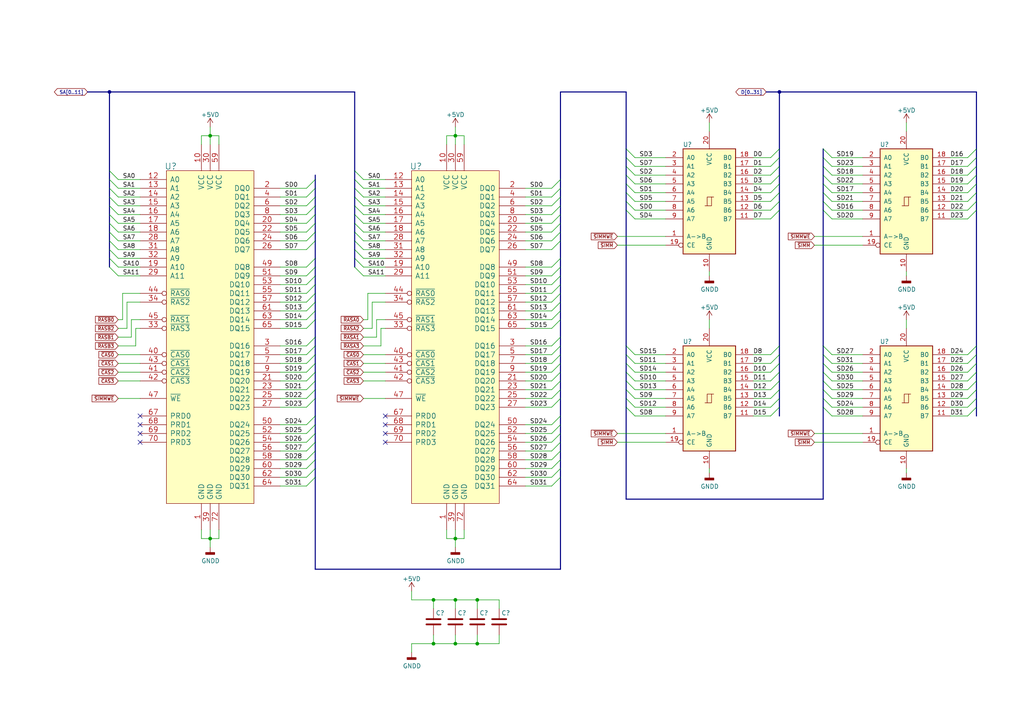
<source format=kicad_sch>
(kicad_sch (version 20211123) (generator eeschema)
  (paper "A4")
  (title_block (title "MAXI030 - 68030 based expandable computer") (date "2021-10-02") (comment 1 "Lawrence Manning"))
  (lib_symbols
    (symbol "74xx:74HC245" (pin_names (offset 1.016))
      (property "Reference" "U" (at -7.62 16.51 0))
      (property "Value" "74HC245" (at -7.62 -16.51 0))
      (symbol "74HC245_1_0"
        (polyline (pts (xy -0.635 -1.27) (xy -0.635 1.27) (xy 0.635 1.27)))
        (polyline (pts (xy -1.27 -1.27) (xy 0.635 -1.27) (xy 0.635 1.27) (xy 1.27 1.27)))
        (pin input line (at -12.7 -10.16 0) (length 5.08) (name "A->B") (number "1"))
        (pin power_in line (at 0 -20.32 90) (length 5.08) (name "GND") (number "10"))
        (pin tri_state line (at 12.7 -5.08 180) (length 5.08) (name "B7") (number "11"))
        (pin tri_state line (at 12.7 -2.54 180) (length 5.08) (name "B6") (number "12"))
        (pin tri_state line (at 12.7 0 180) (length 5.08) (name "B5") (number "13"))
        (pin tri_state line (at 12.7 2.54 180) (length 5.08) (name "B4") (number "14"))
        (pin tri_state line (at 12.7 5.08 180) (length 5.08) (name "B3") (number "15"))
        (pin tri_state line (at 12.7 7.62 180) (length 5.08) (name "B2") (number "16"))
        (pin tri_state line (at 12.7 10.16 180) (length 5.08) (name "B1") (number "17"))
        (pin tri_state line (at 12.7 12.7 180) (length 5.08) (name "B0") (number "18"))
        (pin input inverted (at -12.7 -12.7 0) (length 5.08) (name "CE") (number "19"))
        (pin tri_state line (at -12.7 12.7 0) (length 5.08) (name "A0") (number "2"))
        (pin power_in line (at 0 20.32 270) (length 5.08) (name "VCC") (number "20"))
        (pin tri_state line (at -12.7 10.16 0) (length 5.08) (name "A1") (number "3"))
        (pin tri_state line (at -12.7 7.62 0) (length 5.08) (name "A2") (number "4"))
        (pin tri_state line (at -12.7 5.08 0) (length 5.08) (name "A3") (number "5"))
        (pin tri_state line (at -12.7 2.54 0) (length 5.08) (name "A4") (number "6"))
        (pin tri_state line (at -12.7 0 0) (length 5.08) (name "A5") (number "7"))
        (pin tri_state line (at -12.7 -2.54 0) (length 5.08) (name "A6") (number "8"))
        (pin tri_state line (at -12.7 -5.08 0) (length 5.08) (name "A7") (number "9"))
      )
      (symbol "74HC245_1_1"
        (rectangle (start -7.62 15.24) (end 7.62 -15.24) (stroke (width 0.254)) (fill (type background)))
      )
    )
    (symbol "Aslak:SIM72Pin" (pin_names (offset 1.016))
      (property "Reference" "U" (at 0 13.97 0))
      (property "Value" "Aslak_SIM72Pin" (at 11.43 53.34 0))
      (symbol "SIM72Pin_0_1"
        (rectangle (start -12.7 -48.26) (end 12.7 48.26) (fill (type background)))
      )
      (symbol "SIM72Pin_1_1"
        (pin power_in line (at -2.54 -55.88 90) (length 7.62) (name "GND") (number "1"))
        (pin power_in line (at -2.54 55.88 270) (length 7.62) (name "VCC") (number "10"))
        (pin input line (at -20.32 45.72 0) (length 7.62) (name "A0") (number "12"))
        (pin input line (at -20.32 43.18 0) (length 7.62) (name "A1") (number "13"))
        (pin input line (at -20.32 40.64 0) (length 7.62) (name "A2") (number "14"))
        (pin input line (at -20.32 38.1 0) (length 7.62) (name "A3") (number "15"))
        (pin input line (at -20.32 35.56 0) (length 7.62) (name "A4") (number "16"))
        (pin input line (at -20.32 33.02 0) (length 7.62) (name "A5") (number "17"))
        (pin input line (at -20.32 30.48 0) (length 7.62) (name "A6") (number "18"))
        (pin input line (at -20.32 20.32 0) (length 7.62) (name "A10") (number "19"))
        (pin tri_state line (at 20.32 43.18 180) (length 7.62) (name "DQ0") (number "2"))
        (pin tri_state line (at 20.32 33.02 180) (length 7.62) (name "DQ4") (number "20"))
        (pin tri_state line (at 20.32 -12.7 180) (length 7.62) (name "DQ20") (number "21"))
        (pin tri_state line (at 20.32 30.48 180) (length 7.62) (name "DQ5") (number "22"))
        (pin tri_state line (at 20.32 -15.24 180) (length 7.62) (name "DQ21") (number "23"))
        (pin tri_state line (at 20.32 27.94 180) (length 7.62) (name "DQ6") (number "24"))
        (pin tri_state line (at 20.32 -17.78 180) (length 7.62) (name "DQ22") (number "25"))
        (pin tri_state line (at 20.32 25.4 180) (length 7.62) (name "DQ7") (number "26"))
        (pin tri_state line (at 20.32 -20.32 180) (length 7.62) (name "DQ23") (number "27"))
        (pin input line (at -20.32 27.94 0) (length 7.62) (name "A7") (number "28"))
        (pin input line (at -20.32 17.78 0) (length 7.62) (name "A11") (number "29"))
        (pin tri_state line (at 20.32 -2.54 180) (length 7.62) (name "DQ16") (number "3"))
        (pin power_in line (at 0 55.88 270) (length 7.62) (name "VCC") (number "30"))
        (pin input line (at -20.32 25.4 0) (length 7.62) (name "A8") (number "31"))
        (pin input line (at -20.32 22.86 0) (length 7.62) (name "A9") (number "32"))
        (pin input inverted (at -20.32 2.54 0) (length 7.62) (name "~{RAS3}") (number "33"))
        (pin input inverted (at -20.32 10.16 0) (length 7.62) (name "~{RAS2}") (number "34"))
        (pin power_in line (at 0 -55.88 90) (length 7.62) (name "GND") (number "39"))
        (pin tri_state line (at 20.32 40.64 180) (length 7.62) (name "DQ1") (number "4"))
        (pin input inverted (at -20.32 -5.08 0) (length 7.62) (name "~{CAS0}") (number "40"))
        (pin input inverted (at -20.32 -10.16 0) (length 7.62) (name "~{CAS2}") (number "41"))
        (pin input inverted (at -20.32 -12.7 0) (length 7.62) (name "~{CAS3}") (number "42"))
        (pin input inverted (at -20.32 -7.62 0) (length 7.62) (name "~{CAS1}") (number "43"))
        (pin input inverted (at -20.32 12.7 0) (length 7.62) (name "~{RAS0}") (number "44"))
        (pin input inverted (at -20.32 5.08 0) (length 7.62) (name "~{RAS1}") (number "45"))
        (pin input line (at -20.32 -17.78 0) (length 7.62) (name "~{WE}") (number "47"))
        (pin tri_state line (at 20.32 20.32 180) (length 7.62) (name "DQ8") (number "49"))
        (pin tri_state line (at 20.32 -5.08 180) (length 7.62) (name "DQ17") (number "5"))
        (pin tri_state line (at 20.32 -25.4 180) (length 7.62) (name "DQ24") (number "50"))
        (pin tri_state line (at 20.32 17.78 180) (length 7.62) (name "DQ9") (number "51"))
        (pin tri_state line (at 20.32 -27.94 180) (length 7.62) (name "DQ25") (number "52"))
        (pin tri_state line (at 20.32 15.24 180) (length 7.62) (name "DQ10") (number "53"))
        (pin tri_state line (at 20.32 -30.48 180) (length 7.62) (name "DQ26") (number "54"))
        (pin tri_state line (at 20.32 12.7 180) (length 7.62) (name "DQ11") (number "55"))
        (pin tri_state line (at 20.32 -33.02 180) (length 7.62) (name "DQ27") (number "56"))
        (pin tri_state line (at 20.32 10.16 180) (length 7.62) (name "DQ12") (number "57"))
        (pin tri_state line (at 20.32 -35.56 180) (length 7.62) (name "DQ28") (number "58"))
        (pin power_in line (at 2.54 55.88 270) (length 7.62) (name "VCC") (number "59"))
        (pin tri_state line (at 20.32 38.1 180) (length 7.62) (name "DQ2") (number "6"))
        (pin tri_state line (at 20.32 -38.1 180) (length 7.62) (name "DQ29") (number "60"))
        (pin tri_state line (at 20.32 7.62 180) (length 7.62) (name "DQ13") (number "61"))
        (pin tri_state line (at 20.32 -40.64 180) (length 7.62) (name "DQ30") (number "62"))
        (pin tri_state line (at 20.32 5.08 180) (length 7.62) (name "DQ14") (number "63"))
        (pin tri_state line (at 20.32 -43.18 180) (length 7.62) (name "DQ31") (number "64"))
        (pin tri_state line (at 20.32 2.54 180) (length 7.62) (name "DQ15") (number "65"))
        (pin input line (at -20.32 -22.86 0) (length 7.62) (name "PRD0") (number "67"))
        (pin input line (at -20.32 -25.4 0) (length 7.62) (name "PRD1") (number "68"))
        (pin input line (at -20.32 -27.94 0) (length 7.62) (name "PRD2") (number "69"))
        (pin tri_state line (at 20.32 -7.62 180) (length 7.62) (name "DQ18") (number "7"))
        (pin input line (at -20.32 -30.48 0) (length 7.62) (name "PRD3") (number "70"))
        (pin power_in line (at 2.54 -55.88 90) (length 7.62) (name "GND") (number "72"))
        (pin tri_state line (at 20.32 35.56 180) (length 7.62) (name "DQ3") (number "8"))
        (pin tri_state line (at 20.32 -10.16 180) (length 7.62) (name "DQ19") (number "9"))
      )
    )
    (symbol "Device:C" (pin_numbers hide) (pin_names (offset 0.254))
      (property "Reference" "C" (at 0.635 2.54 0))
      (property "Value" "C" (at 0.635 -2.54 0))
      (symbol "C_0_1"
        (polyline (pts (xy -2.032 -0.762) (xy 2.032 -0.762)) (stroke (width 0.508)))
        (polyline (pts (xy -2.032 0.762) (xy 2.032 0.762)) (stroke (width 0.508)))
      )
      (symbol "C_1_1"
        (pin passive line (at 0 3.81 270) (length 2.794) (name "~") (number "1"))
        (pin passive line (at 0 -3.81 90) (length 2.794) (name "~") (number "2"))
      )
    )
    (symbol "power:+5VD" (power) (pin_names (offset 0))
      (property "Value" "+5VD" (at 0 3.556 0))
      (symbol "+5VD_0_1"
        (polyline (pts (xy -0.762 1.27) (xy 0 2.54)))
        (polyline (pts (xy 0 0) (xy 0 2.54)))
        (polyline (pts (xy 0 2.54) (xy 0.762 1.27)))
      )
      (symbol "+5VD_1_1"
        (pin power_in line (at 0 0 90) (length 0) hide (name "+5VD") (number "1"))
      )
    )
    (symbol "power:GNDD" (power) (pin_names (offset 0))
      (property "Value" "GNDD" (at 0 -3.175 0))
      (symbol "GNDD_0_1"
        (rectangle (start -1.27 -1.524) (end 1.27 -2.032) (stroke (width 0.254)) (fill (type outline)))
        (polyline (pts (xy 0 0) (xy 0 -1.524)))
      )
      (symbol "GNDD_1_1"
        (pin power_in line (at 0 0 270) (length 0) hide (name "GNDD") (number "1"))
      )
    )
  )
  (junction (at 138.43 173.99))
  (junction (at 125.73 186.69))
  (junction (at 132.08 39.37))
  (junction (at 31.75 26.67))
  (junction (at 60.96 39.37))
  (junction (at 226.06 26.67))
  (junction (at 125.73 173.99))
  (junction (at 132.08 186.69))
  (junction (at 132.08 173.99))
  (junction (at 132.08 156.21))
  (junction (at 60.96 156.21))
  (junction (at 138.43 186.69))
  (no_connect (at 40.64 120.65))
  (no_connect (at 40.64 125.73))
  (no_connect (at 111.76 120.65))
  (no_connect (at 111.76 125.73))
  (no_connect (at 111.76 128.27))
  (no_connect (at 111.76 123.19))
  (no_connect (at 40.64 128.27))
  (no_connect (at 40.64 123.19))
  (bus_entry (at 88.9 57.15) (size 2.54 -2.54))
  (bus_entry (at 280.67 102.87) (size 2.54 -2.54))
  (bus_entry (at 280.67 58.42) (size 2.54 -2.54))
  (bus_entry (at 223.52 107.95) (size 2.54 -2.54))
  (bus_entry (at 184.15 45.72) (size -2.54 -2.54))
  (bus_entry (at 31.75 67.31) (size 2.54 2.54))
  (bus_entry (at 160.02 102.87) (size 2.54 -2.54))
  (bus_entry (at 31.75 69.85) (size 2.54 2.54))
  (bus_entry (at 223.52 58.42) (size 2.54 -2.54))
  (bus_entry (at 184.15 48.26) (size -2.54 -2.54))
  (bus_entry (at 160.02 107.95) (size 2.54 -2.54))
  (bus_entry (at 31.75 74.93) (size 2.54 2.54))
  (bus_entry (at 160.02 133.35) (size 2.54 -2.54))
  (bus_entry (at 223.52 45.72) (size 2.54 -2.54))
  (bus_entry (at 223.52 48.26) (size 2.54 -2.54))
  (bus_entry (at 241.3 50.8) (size -2.54 -2.54))
  (bus_entry (at 88.9 72.39) (size 2.54 -2.54))
  (bus_entry (at 102.87 69.85) (size 2.54 2.54))
  (bus_entry (at 160.02 123.19) (size 2.54 -2.54))
  (bus_entry (at 184.15 53.34) (size -2.54 -2.54))
  (bus_entry (at 241.3 105.41) (size -2.54 -2.54))
  (bus_entry (at 88.9 123.19) (size 2.54 -2.54))
  (bus_entry (at 31.75 49.53) (size 2.54 2.54))
  (bus_entry (at 223.52 105.41) (size 2.54 -2.54))
  (bus_entry (at 102.87 52.07) (size 2.54 2.54))
  (bus_entry (at 88.9 92.71) (size 2.54 -2.54))
  (bus_entry (at 184.15 110.49) (size -2.54 -2.54))
  (bus_entry (at 241.3 45.72) (size -2.54 -2.54))
  (bus_entry (at 280.67 60.96) (size 2.54 -2.54))
  (bus_entry (at 160.02 69.85) (size 2.54 -2.54))
  (bus_entry (at 280.67 115.57) (size 2.54 -2.54))
  (bus_entry (at 88.9 87.63) (size 2.54 -2.54))
  (bus_entry (at 160.02 130.81) (size 2.54 -2.54))
  (bus_entry (at 88.9 95.25) (size 2.54 -2.54))
  (bus_entry (at 241.3 55.88) (size -2.54 -2.54))
  (bus_entry (at 241.3 63.5) (size -2.54 -2.54))
  (bus_entry (at 102.87 67.31) (size 2.54 2.54))
  (bus_entry (at 88.9 67.31) (size 2.54 -2.54))
  (bus_entry (at 223.52 113.03) (size 2.54 -2.54))
  (bus_entry (at 160.02 54.61) (size 2.54 -2.54))
  (bus_entry (at 280.67 45.72) (size 2.54 -2.54))
  (bus_entry (at 160.02 115.57) (size 2.54 -2.54))
  (bus_entry (at 184.15 102.87) (size -2.54 -2.54))
  (bus_entry (at 241.3 115.57) (size -2.54 -2.54))
  (bus_entry (at 160.02 105.41) (size 2.54 -2.54))
  (bus_entry (at 160.02 138.43) (size 2.54 -2.54))
  (bus_entry (at 160.02 57.15) (size 2.54 -2.54))
  (bus_entry (at 31.75 64.77) (size 2.54 2.54))
  (bus_entry (at 184.15 50.8) (size -2.54 -2.54))
  (bus_entry (at 223.52 50.8) (size 2.54 -2.54))
  (bus_entry (at 31.75 54.61) (size 2.54 2.54))
  (bus_entry (at 280.67 50.8) (size 2.54 -2.54))
  (bus_entry (at 88.9 105.41) (size 2.54 -2.54))
  (bus_entry (at 160.02 100.33) (size 2.54 -2.54))
  (bus_entry (at 280.67 48.26) (size 2.54 -2.54))
  (bus_entry (at 102.87 54.61) (size 2.54 2.54))
  (bus_entry (at 223.52 118.11) (size 2.54 -2.54))
  (bus_entry (at 160.02 67.31) (size 2.54 -2.54))
  (bus_entry (at 88.9 85.09) (size 2.54 -2.54))
  (bus_entry (at 88.9 54.61) (size 2.54 -2.54))
  (bus_entry (at 241.3 53.34) (size -2.54 -2.54))
  (bus_entry (at 160.02 59.69) (size 2.54 -2.54))
  (bus_entry (at 223.52 120.65) (size 2.54 -2.54))
  (bus_entry (at 31.75 62.23) (size 2.54 2.54))
  (bus_entry (at 223.52 55.88) (size 2.54 -2.54))
  (bus_entry (at 241.3 58.42) (size -2.54 -2.54))
  (bus_entry (at 102.87 64.77) (size 2.54 2.54))
  (bus_entry (at 160.02 140.97) (size 2.54 -2.54))
  (bus_entry (at 184.15 120.65) (size -2.54 -2.54))
  (bus_entry (at 160.02 110.49) (size 2.54 -2.54))
  (bus_entry (at 88.9 118.11) (size 2.54 -2.54))
  (bus_entry (at 160.02 128.27) (size 2.54 -2.54))
  (bus_entry (at 160.02 62.23) (size 2.54 -2.54))
  (bus_entry (at 184.15 58.42) (size -2.54 -2.54))
  (bus_entry (at 184.15 118.11) (size -2.54 -2.54))
  (bus_entry (at 88.9 102.87) (size 2.54 -2.54))
  (bus_entry (at 241.3 48.26) (size -2.54 -2.54))
  (bus_entry (at 160.02 113.03) (size 2.54 -2.54))
  (bus_entry (at 102.87 59.69) (size 2.54 2.54))
  (bus_entry (at 102.87 62.23) (size 2.54 2.54))
  (bus_entry (at 88.9 90.17) (size 2.54 -2.54))
  (bus_entry (at 241.3 113.03) (size -2.54 -2.54))
  (bus_entry (at 223.52 53.34) (size 2.54 -2.54))
  (bus_entry (at 102.87 74.93) (size 2.54 2.54))
  (bus_entry (at 88.9 80.01) (size 2.54 -2.54))
  (bus_entry (at 102.87 49.53) (size 2.54 2.54))
  (bus_entry (at 160.02 77.47) (size 2.54 -2.54))
  (bus_entry (at 280.67 53.34) (size 2.54 -2.54))
  (bus_entry (at 88.9 59.69) (size 2.54 -2.54))
  (bus_entry (at 184.15 55.88) (size -2.54 -2.54))
  (bus_entry (at 88.9 125.73) (size 2.54 -2.54))
  (bus_entry (at 160.02 125.73) (size 2.54 -2.54))
  (bus_entry (at 160.02 95.25) (size 2.54 -2.54))
  (bus_entry (at 160.02 92.71) (size 2.54 -2.54))
  (bus_entry (at 280.67 113.03) (size 2.54 -2.54))
  (bus_entry (at 88.9 140.97) (size 2.54 -2.54))
  (bus_entry (at 88.9 133.35) (size 2.54 -2.54))
  (bus_entry (at 160.02 135.89) (size 2.54 -2.54))
  (bus_entry (at 184.15 63.5) (size -2.54 -2.54))
  (bus_entry (at 160.02 82.55) (size 2.54 -2.54))
  (bus_entry (at 88.9 107.95) (size 2.54 -2.54))
  (bus_entry (at 88.9 77.47) (size 2.54 -2.54))
  (bus_entry (at 102.87 57.15) (size 2.54 2.54))
  (bus_entry (at 241.3 102.87) (size -2.54 -2.54))
  (bus_entry (at 241.3 120.65) (size -2.54 -2.54))
  (bus_entry (at 160.02 80.01) (size 2.54 -2.54))
  (bus_entry (at 160.02 118.11) (size 2.54 -2.54))
  (bus_entry (at 102.87 77.47) (size 2.54 2.54))
  (bus_entry (at 102.87 72.39) (size 2.54 2.54))
  (bus_entry (at 280.67 105.41) (size 2.54 -2.54))
  (bus_entry (at 223.52 102.87) (size 2.54 -2.54))
  (bus_entry (at 280.67 107.95) (size 2.54 -2.54))
  (bus_entry (at 88.9 135.89) (size 2.54 -2.54))
  (bus_entry (at 280.67 110.49) (size 2.54 -2.54))
  (bus_entry (at 184.15 60.96) (size -2.54 -2.54))
  (bus_entry (at 160.02 90.17) (size 2.54 -2.54))
  (bus_entry (at 88.9 113.03) (size 2.54 -2.54))
  (bus_entry (at 88.9 100.33) (size 2.54 -2.54))
  (bus_entry (at 280.67 63.5) (size 2.54 -2.54))
  (bus_entry (at 184.15 107.95) (size -2.54 -2.54))
  (bus_entry (at 88.9 110.49) (size 2.54 -2.54))
  (bus_entry (at 88.9 115.57) (size 2.54 -2.54))
  (bus_entry (at 184.15 105.41) (size -2.54 -2.54))
  (bus_entry (at 184.15 113.03) (size -2.54 -2.54))
  (bus_entry (at 280.67 118.11) (size 2.54 -2.54))
  (bus_entry (at 88.9 138.43) (size 2.54 -2.54))
  (bus_entry (at 31.75 59.69) (size 2.54 2.54))
  (bus_entry (at 88.9 64.77) (size 2.54 -2.54))
  (bus_entry (at 160.02 64.77) (size 2.54 -2.54))
  (bus_entry (at 160.02 85.09) (size 2.54 -2.54))
  (bus_entry (at 88.9 62.23) (size 2.54 -2.54))
  (bus_entry (at 160.02 87.63) (size 2.54 -2.54))
  (bus_entry (at 241.3 60.96) (size -2.54 -2.54))
  (bus_entry (at 241.3 118.11) (size -2.54 -2.54))
  (bus_entry (at 280.67 55.88) (size 2.54 -2.54))
  (bus_entry (at 223.52 63.5) (size 2.54 -2.54))
  (bus_entry (at 88.9 82.55) (size 2.54 -2.54))
  (bus_entry (at 280.67 120.65) (size 2.54 -2.54))
  (bus_entry (at 88.9 69.85) (size 2.54 -2.54))
  (bus_entry (at 241.3 107.95) (size -2.54 -2.54))
  (bus_entry (at 31.75 52.07) (size 2.54 2.54))
  (bus_entry (at 31.75 72.39) (size 2.54 2.54))
  (bus_entry (at 88.9 130.81) (size 2.54 -2.54))
  (bus_entry (at 223.52 110.49) (size 2.54 -2.54))
  (bus_entry (at 223.52 60.96) (size 2.54 -2.54))
  (bus_entry (at 88.9 128.27) (size 2.54 -2.54))
  (bus_entry (at 160.02 72.39) (size 2.54 -2.54))
  (bus_entry (at 223.52 115.57) (size 2.54 -2.54))
  (bus_entry (at 31.75 77.47) (size 2.54 2.54))
  (bus_entry (at 31.75 57.15) (size 2.54 2.54))
  (bus_entry (at 184.15 115.57) (size -2.54 -2.54))
  (bus_entry (at 241.3 110.49) (size -2.54 -2.54))
  (wire (pts (xy 218.44 48.26) (xy 223.52 48.26)))
  (bus (pts (xy 226.06 113.03) (xy 226.06 115.57)))
  (wire (pts (xy 110.49 95.25) (xy 110.49 100.33)))
  (bus (pts (xy 238.76 43.18) (xy 238.76 45.72)))
  (bus (pts (xy 162.56 102.87) (xy 162.56 105.41)))
  (bus (pts (xy 238.76 60.96) (xy 238.76 100.33)))
  (wire (pts (xy 262.89 80.01) (xy 262.89 78.74)))
  (wire (pts (xy 152.4 133.35) (xy 160.02 133.35)))
  (wire (pts (xy 81.28 69.85) (xy 88.9 69.85)))
  (bus (pts (xy 31.75 26.67) (xy 102.87 26.67)))
  (bus (pts (xy 238.76 110.49) (xy 238.76 113.03)))
  (wire (pts (xy 250.19 48.26) (xy 241.3 48.26)))
  (bus (pts (xy 91.44 90.17) (xy 91.44 92.71)))
  (wire (pts (xy 81.28 125.73) (xy 88.9 125.73)))
  (wire (pts (xy 34.29 80.01) (xy 40.64 80.01)))
  (wire (pts (xy 262.89 95.25) (xy 262.89 92.71)))
  (wire (pts (xy 34.29 110.49) (xy 40.64 110.49)))
  (bus (pts (xy 91.44 59.69) (xy 91.44 62.23)))
  (bus (pts (xy 31.75 69.85) (xy 31.75 72.39)))
  (bus (pts (xy 102.87 62.23) (xy 102.87 64.77)))
  (wire (pts (xy 105.41 92.71) (xy 106.68 92.71)))
  (bus (pts (xy 31.75 26.67) (xy 31.75 49.53)))
  (wire (pts (xy 218.44 113.03) (xy 223.52 113.03)))
  (bus (pts (xy 102.87 72.39) (xy 102.87 74.93)))
  (wire (pts (xy 34.29 100.33) (xy 39.37 100.33)))
  (wire (pts (xy 81.28 85.09) (xy 88.9 85.09)))
  (wire (pts (xy 152.4 95.25) (xy 160.02 95.25)))
  (wire (pts (xy 184.15 120.65) (xy 193.04 120.65)))
  (wire (pts (xy 34.29 95.25) (xy 36.83 95.25)))
  (wire (pts (xy 152.4 57.15) (xy 160.02 57.15)))
  (bus (pts (xy 181.61 53.34) (xy 181.61 55.88)))
  (bus (pts (xy 181.61 113.03) (xy 181.61 115.57)))
  (wire (pts (xy 34.29 92.71) (xy 35.56 92.71)))
  (wire (pts (xy 105.41 77.47) (xy 111.76 77.47)))
  (bus (pts (xy 181.61 58.42) (xy 181.61 60.96)))
  (bus (pts (xy 102.87 67.31) (xy 102.87 69.85)))
  (wire (pts (xy 81.28 100.33) (xy 88.9 100.33)))
  (wire (pts (xy 60.96 156.21) (xy 63.5 156.21)))
  (bus (pts (xy 226.06 26.67) (xy 226.06 43.18)))
  (wire (pts (xy 152.4 85.09) (xy 160.02 85.09)))
  (bus (pts (xy 226.06 43.18) (xy 226.06 45.72)))
  (wire (pts (xy 250.19 58.42) (xy 241.3 58.42)))
  (bus (pts (xy 181.61 50.8) (xy 181.61 53.34)))
  (wire (pts (xy 275.59 115.57) (xy 280.67 115.57)))
  (wire (pts (xy 241.3 115.57) (xy 250.19 115.57)))
  (bus (pts (xy 238.76 100.33) (xy 238.76 102.87)))
  (bus (pts (xy 91.44 165.1) (xy 162.56 165.1)))
  (wire (pts (xy 38.1 92.71) (xy 40.64 92.71)))
  (bus (pts (xy 181.61 45.72) (xy 181.61 48.26)))
  (wire (pts (xy 39.37 95.25) (xy 39.37 100.33)))
  (bus (pts (xy 162.56 64.77) (xy 162.56 67.31)))
  (wire (pts (xy 107.95 95.25) (xy 107.95 87.63)))
  (bus (pts (xy 162.56 115.57) (xy 162.56 120.65)))
  (bus (pts (xy 238.76 55.88) (xy 238.76 58.42)))
  (wire (pts (xy 81.28 92.71) (xy 88.9 92.71)))
  (wire (pts (xy 262.89 38.1) (xy 262.89 35.56)))
  (wire (pts (xy 106.68 85.09) (xy 111.76 85.09)))
  (bus (pts (xy 283.21 100.33) (xy 283.21 102.87)))
  (wire (pts (xy 144.78 186.69) (xy 138.43 186.69)))
  (wire (pts (xy 138.43 184.15) (xy 138.43 186.69)))
  (bus (pts (xy 283.21 60.96) (xy 283.21 100.33)))
  (bus (pts (xy 226.06 50.8) (xy 226.06 53.34)))
  (bus (pts (xy 226.06 100.33) (xy 226.06 102.87)))
  (bus (pts (xy 283.21 43.18) (xy 283.21 45.72)))
  (wire (pts (xy 81.28 102.87) (xy 88.9 102.87)))
  (bus (pts (xy 226.06 60.96) (xy 226.06 100.33)))
  (wire (pts (xy 81.28 135.89) (xy 88.9 135.89)))
  (bus (pts (xy 162.56 69.85) (xy 162.56 74.93)))
  (wire (pts (xy 241.3 113.03) (xy 250.19 113.03)))
  (wire (pts (xy 152.4 102.87) (xy 160.02 102.87)))
  (wire (pts (xy 111.76 52.07) (xy 105.41 52.07)))
  (wire (pts (xy 250.19 53.34) (xy 241.3 53.34)))
  (bus (pts (xy 162.56 74.93) (xy 162.56 77.47)))
  (wire (pts (xy 111.76 74.93) (xy 105.41 74.93)))
  (wire (pts (xy 63.5 39.37) (xy 63.5 41.91)))
  (wire (pts (xy 205.74 95.25) (xy 205.74 92.71)))
  (wire (pts (xy 81.28 128.27) (xy 88.9 128.27)))
  (wire (pts (xy 152.4 138.43) (xy 160.02 138.43)))
  (bus (pts (xy 91.44 62.23) (xy 91.44 64.77)))
  (wire (pts (xy 111.76 67.31) (xy 105.41 67.31)))
  (wire (pts (xy 134.62 39.37) (xy 134.62 41.91)))
  (wire (pts (xy 218.44 120.65) (xy 223.52 120.65)))
  (wire (pts (xy 218.44 102.87) (xy 223.52 102.87)))
  (bus (pts (xy 226.06 55.88) (xy 226.06 58.42)))
  (wire (pts (xy 81.28 72.39) (xy 88.9 72.39)))
  (wire (pts (xy 250.19 55.88) (xy 241.3 55.88)))
  (wire (pts (xy 125.73 176.53) (xy 125.73 173.99)))
  (wire (pts (xy 152.4 140.97) (xy 160.02 140.97)))
  (wire (pts (xy 152.4 105.41) (xy 160.02 105.41)))
  (bus (pts (xy 162.56 97.79) (xy 162.56 100.33)))
  (wire (pts (xy 193.04 60.96) (xy 184.15 60.96)))
  (wire (pts (xy 60.96 41.91) (xy 60.96 39.37)))
  (wire (pts (xy 193.04 113.03) (xy 184.15 113.03)))
  (wire (pts (xy 105.41 105.41) (xy 111.76 105.41)))
  (bus (pts (xy 162.56 107.95) (xy 162.56 110.49)))
  (wire (pts (xy 275.59 105.41) (xy 280.67 105.41)))
  (wire (pts (xy 193.04 128.27) (xy 179.07 128.27)))
  (wire (pts (xy 81.28 57.15) (xy 88.9 57.15)))
  (bus (pts (xy 162.56 135.89) (xy 162.56 138.43)))
  (wire (pts (xy 40.64 72.39) (xy 34.29 72.39)))
  (wire (pts (xy 275.59 50.8) (xy 280.67 50.8)))
  (wire (pts (xy 193.04 53.34) (xy 184.15 53.34)))
  (bus (pts (xy 181.61 118.11) (xy 181.61 144.78)))
  (wire (pts (xy 250.19 63.5) (xy 241.3 63.5)))
  (wire (pts (xy 275.59 102.87) (xy 280.67 102.87)))
  (bus (pts (xy 162.56 130.81) (xy 162.56 133.35)))
  (wire (pts (xy 36.83 87.63) (xy 40.64 87.63)))
  (bus (pts (xy 162.56 90.17) (xy 162.56 92.71)))
  (wire (pts (xy 105.41 102.87) (xy 111.76 102.87)))
  (bus (pts (xy 91.44 120.65) (xy 91.44 123.19)))
  (bus (pts (xy 102.87 26.67) (xy 102.87 49.53)))
  (wire (pts (xy 275.59 48.26) (xy 280.67 48.26)))
  (wire (pts (xy 152.4 107.95) (xy 160.02 107.95)))
  (bus (pts (xy 162.56 59.69) (xy 162.56 62.23)))
  (bus (pts (xy 102.87 57.15) (xy 102.87 59.69)))
  (wire (pts (xy 152.4 128.27) (xy 160.02 128.27)))
  (bus (pts (xy 226.06 45.72) (xy 226.06 48.26)))
  (bus (pts (xy 181.61 107.95) (xy 181.61 110.49)))
  (bus (pts (xy 222.25 26.67) (xy 226.06 26.67)))
  (bus (pts (xy 102.87 74.93) (xy 102.87 77.47)))
  (wire (pts (xy 250.19 128.27) (xy 236.22 128.27)))
  (wire (pts (xy 111.76 95.25) (xy 110.49 95.25)))
  (wire (pts (xy 129.54 153.67) (xy 129.54 156.21)))
  (wire (pts (xy 193.04 45.72) (xy 184.15 45.72)))
  (wire (pts (xy 132.08 176.53) (xy 132.08 173.99)))
  (wire (pts (xy 152.4 72.39) (xy 160.02 72.39)))
  (wire (pts (xy 241.3 120.65) (xy 250.19 120.65)))
  (wire (pts (xy 193.04 107.95) (xy 184.15 107.95)))
  (wire (pts (xy 81.28 54.61) (xy 88.9 54.61)))
  (bus (pts (xy 162.56 54.61) (xy 162.56 57.15)))
  (wire (pts (xy 35.56 85.09) (xy 40.64 85.09)))
  (bus (pts (xy 162.56 52.07) (xy 162.56 54.61)))
  (wire (pts (xy 193.04 55.88) (xy 184.15 55.88)))
  (bus (pts (xy 91.44 100.33) (xy 91.44 102.87)))
  (wire (pts (xy 35.56 92.71) (xy 35.56 85.09)))
  (wire (pts (xy 218.44 55.88) (xy 223.52 55.88)))
  (bus (pts (xy 181.61 144.78) (xy 238.76 144.78)))
  (bus (pts (xy 238.76 118.11) (xy 238.76 144.78)))
  (wire (pts (xy 132.08 186.69) (xy 125.73 186.69)))
  (wire (pts (xy 250.19 50.8) (xy 241.3 50.8)))
  (wire (pts (xy 129.54 39.37) (xy 132.08 39.37)))
  (bus (pts (xy 162.56 133.35) (xy 162.56 135.89)))
  (wire (pts (xy 138.43 173.99) (xy 144.78 173.99)))
  (bus (pts (xy 181.61 115.57) (xy 181.61 118.11)))
  (wire (pts (xy 81.28 64.77) (xy 88.9 64.77)))
  (wire (pts (xy 125.73 186.69) (xy 119.38 186.69)))
  (wire (pts (xy 58.42 39.37) (xy 60.96 39.37)))
  (wire (pts (xy 40.64 64.77) (xy 34.29 64.77)))
  (wire (pts (xy 241.3 118.11) (xy 250.19 118.11)))
  (bus (pts (xy 162.56 67.31) (xy 162.56 69.85)))
  (wire (pts (xy 152.4 118.11) (xy 160.02 118.11)))
  (wire (pts (xy 81.28 113.03) (xy 88.9 113.03)))
  (bus (pts (xy 91.44 69.85) (xy 91.44 74.93)))
  (bus (pts (xy 91.44 57.15) (xy 91.44 59.69)))
  (bus (pts (xy 181.61 102.87) (xy 181.61 105.41)))
  (wire (pts (xy 132.08 39.37) (xy 132.08 36.83)))
  (wire (pts (xy 81.28 62.23) (xy 88.9 62.23)))
  (bus (pts (xy 238.76 102.87) (xy 238.76 105.41)))
  (wire (pts (xy 132.08 156.21) (xy 134.62 156.21)))
  (bus (pts (xy 91.44 128.27) (xy 91.44 130.81)))
  (bus (pts (xy 181.61 43.18) (xy 181.61 45.72)))
  (wire (pts (xy 40.64 95.25) (xy 39.37 95.25)))
  (wire (pts (xy 218.44 107.95) (xy 223.52 107.95)))
  (bus (pts (xy 31.75 62.23) (xy 31.75 64.77)))
  (bus (pts (xy 238.76 115.57) (xy 238.76 118.11)))
  (wire (pts (xy 275.59 53.34) (xy 280.67 53.34)))
  (wire (pts (xy 119.38 171.45) (xy 119.38 173.99)))
  (wire (pts (xy 275.59 107.95) (xy 280.67 107.95)))
  (bus (pts (xy 283.21 113.03) (xy 283.21 115.57)))
  (wire (pts (xy 184.15 105.41) (xy 193.04 105.41)))
  (wire (pts (xy 275.59 45.72) (xy 280.67 45.72)))
  (bus (pts (xy 102.87 59.69) (xy 102.87 62.23)))
  (bus (pts (xy 226.06 115.57) (xy 226.06 118.11)))
  (bus (pts (xy 91.44 82.55) (xy 91.44 85.09)))
  (wire (pts (xy 132.08 41.91) (xy 132.08 39.37)))
  (wire (pts (xy 144.78 184.15) (xy 144.78 186.69)))
  (bus (pts (xy 31.75 52.07) (xy 31.75 54.61)))
  (bus (pts (xy 91.44 80.01) (xy 91.44 82.55)))
  (bus (pts (xy 226.06 102.87) (xy 226.06 105.41)))
  (wire (pts (xy 275.59 113.03) (xy 280.67 113.03)))
  (wire (pts (xy 81.28 82.55) (xy 88.9 82.55)))
  (wire (pts (xy 152.4 67.31) (xy 160.02 67.31)))
  (bus (pts (xy 181.61 60.96) (xy 181.61 100.33)))
  (bus (pts (xy 226.06 26.67) (xy 283.21 26.67)))
  (bus (pts (xy 91.44 115.57) (xy 91.44 120.65)))
  (wire (pts (xy 81.28 107.95) (xy 88.9 107.95)))
  (bus (pts (xy 283.21 45.72) (xy 283.21 48.26)))
  (wire (pts (xy 81.28 80.01) (xy 88.9 80.01)))
  (wire (pts (xy 275.59 60.96) (xy 280.67 60.96)))
  (bus (pts (xy 226.06 107.95) (xy 226.06 110.49)))
  (wire (pts (xy 58.42 153.67) (xy 58.42 156.21)))
  (wire (pts (xy 105.41 80.01) (xy 111.76 80.01)))
  (wire (pts (xy 275.59 118.11) (xy 280.67 118.11)))
  (bus (pts (xy 31.75 59.69) (xy 31.75 62.23)))
  (wire (pts (xy 40.64 62.23) (xy 34.29 62.23)))
  (bus (pts (xy 181.61 26.67) (xy 162.56 26.67)))
  (bus (pts (xy 102.87 64.77) (xy 102.87 67.31)))
  (wire (pts (xy 81.28 133.35) (xy 88.9 133.35)))
  (wire (pts (xy 109.22 92.71) (xy 111.76 92.71)))
  (bus (pts (xy 91.44 67.31) (xy 91.44 69.85)))
  (wire (pts (xy 81.28 118.11) (xy 88.9 118.11)))
  (wire (pts (xy 105.41 110.49) (xy 111.76 110.49)))
  (bus (pts (xy 238.76 53.34) (xy 238.76 55.88)))
  (wire (pts (xy 179.07 71.12) (xy 193.04 71.12)))
  (wire (pts (xy 152.4 92.71) (xy 160.02 92.71)))
  (wire (pts (xy 275.59 58.42) (xy 280.67 58.42)))
  (wire (pts (xy 193.04 118.11) (xy 184.15 118.11)))
  (wire (pts (xy 275.59 110.49) (xy 280.67 110.49)))
  (bus (pts (xy 226.06 58.42) (xy 226.06 60.96)))
  (wire (pts (xy 241.3 107.95) (xy 250.19 107.95)))
  (wire (pts (xy 250.19 71.12) (xy 236.22 71.12)))
  (wire (pts (xy 152.4 123.19) (xy 160.02 123.19)))
  (bus (pts (xy 91.44 92.71) (xy 91.44 97.79)))
  (wire (pts (xy 105.41 100.33) (xy 110.49 100.33)))
  (wire (pts (xy 218.44 63.5) (xy 223.52 63.5)))
  (wire (pts (xy 193.04 125.73) (xy 179.07 125.73)))
  (bus (pts (xy 162.56 128.27) (xy 162.56 130.81)))
  (bus (pts (xy 283.21 50.8) (xy 283.21 53.34)))
  (wire (pts (xy 218.44 45.72) (xy 223.52 45.72)))
  (bus (pts (xy 181.61 55.88) (xy 181.61 58.42)))
  (wire (pts (xy 81.28 87.63) (xy 88.9 87.63)))
  (bus (pts (xy 31.75 54.61) (xy 31.75 57.15)))
  (wire (pts (xy 58.42 41.91) (xy 58.42 39.37)))
  (bus (pts (xy 91.44 85.09) (xy 91.44 87.63)))
  (wire (pts (xy 40.64 54.61) (xy 34.29 54.61)))
  (bus (pts (xy 162.56 87.63) (xy 162.56 90.17)))
  (bus (pts (xy 283.21 26.67) (xy 283.21 43.18)))
  (wire (pts (xy 132.08 173.99) (xy 138.43 173.99)))
  (bus (pts (xy 238.76 50.8) (xy 238.76 53.34)))
  (wire (pts (xy 58.42 156.21) (xy 60.96 156.21)))
  (wire (pts (xy 250.19 60.96) (xy 241.3 60.96)))
  (wire (pts (xy 184.15 102.87) (xy 193.04 102.87)))
  (bus (pts (xy 91.44 133.35) (xy 91.44 135.89)))
  (bus (pts (xy 91.44 113.03) (xy 91.44 115.57)))
  (wire (pts (xy 250.19 68.58) (xy 236.22 68.58)))
  (wire (pts (xy 275.59 55.88) (xy 280.67 55.88)))
  (bus (pts (xy 162.56 82.55) (xy 162.56 85.09)))
  (wire (pts (xy 218.44 115.57) (xy 223.52 115.57)))
  (wire (pts (xy 111.76 54.61) (xy 105.41 54.61)))
  (bus (pts (xy 91.44 50.8) (xy 91.44 52.07)))
  (bus (pts (xy 91.44 54.61) (xy 91.44 57.15)))
  (wire (pts (xy 275.59 120.65) (xy 280.67 120.65)))
  (bus (pts (xy 31.75 72.39) (xy 31.75 74.93)))
  (wire (pts (xy 205.74 38.1) (xy 205.74 35.56)))
  (bus (pts (xy 238.76 107.95) (xy 238.76 110.49)))
  (wire (pts (xy 152.4 115.57) (xy 160.02 115.57)))
  (bus (pts (xy 226.06 118.11) (xy 226.06 120.65)))
  (bus (pts (xy 283.21 105.41) (xy 283.21 107.95)))
  (wire (pts (xy 81.28 95.25) (xy 88.9 95.25)))
  (bus (pts (xy 91.44 123.19) (xy 91.44 125.73)))
  (wire (pts (xy 132.08 184.15) (xy 132.08 186.69)))
  (bus (pts (xy 91.44 102.87) (xy 91.44 105.41)))
  (wire (pts (xy 205.74 135.89) (xy 205.74 137.16)))
  (wire (pts (xy 152.4 130.81) (xy 160.02 130.81)))
  (wire (pts (xy 129.54 156.21) (xy 132.08 156.21)))
  (bus (pts (xy 283.21 53.34) (xy 283.21 55.88)))
  (bus (pts (xy 162.56 138.43) (xy 162.56 165.1)))
  (bus (pts (xy 91.44 110.49) (xy 91.44 113.03)))
  (wire (pts (xy 111.76 72.39) (xy 105.41 72.39)))
  (wire (pts (xy 105.41 95.25) (xy 107.95 95.25)))
  (wire (pts (xy 34.29 77.47) (xy 40.64 77.47)))
  (bus (pts (xy 283.21 110.49) (xy 283.21 113.03)))
  (bus (pts (xy 181.61 26.67) (xy 181.61 43.18)))
  (bus (pts (xy 238.76 113.03) (xy 238.76 115.57)))
  (wire (pts (xy 81.28 140.97) (xy 88.9 140.97)))
  (wire (pts (xy 250.19 125.73) (xy 236.22 125.73)))
  (bus (pts (xy 283.21 118.11) (xy 283.21 120.65)))
  (wire (pts (xy 34.29 115.57) (xy 40.64 115.57)))
  (wire (pts (xy 81.28 110.49) (xy 88.9 110.49)))
  (bus (pts (xy 181.61 48.26) (xy 181.61 50.8)))
  (wire (pts (xy 109.22 97.79) (xy 109.22 92.71)))
  (wire (pts (xy 152.4 64.77) (xy 160.02 64.77)))
  (wire (pts (xy 34.29 105.41) (xy 40.64 105.41)))
  (bus (pts (xy 91.44 138.43) (xy 91.44 165.1)))
  (wire (pts (xy 138.43 186.69) (xy 132.08 186.69)))
  (bus (pts (xy 181.61 105.41) (xy 181.61 107.95)))
  (wire (pts (xy 193.04 110.49) (xy 184.15 110.49)))
  (wire (pts (xy 125.73 184.15) (xy 125.73 186.69)))
  (wire (pts (xy 152.4 110.49) (xy 160.02 110.49)))
  (wire (pts (xy 105.41 97.79) (xy 109.22 97.79)))
  (bus (pts (xy 162.56 80.01) (xy 162.56 82.55)))
  (wire (pts (xy 81.28 123.19) (xy 88.9 123.19)))
  (bus (pts (xy 162.56 85.09) (xy 162.56 87.63)))
  (bus (pts (xy 91.44 64.77) (xy 91.44 67.31)))
  (wire (pts (xy 144.78 176.53) (xy 144.78 173.99)))
  (wire (pts (xy 218.44 58.42) (xy 223.52 58.42)))
  (wire (pts (xy 40.64 74.93) (xy 34.29 74.93)))
  (wire (pts (xy 34.29 97.79) (xy 38.1 97.79)))
  (bus (pts (xy 91.44 125.73) (xy 91.44 128.27)))
  (bus (pts (xy 283.21 48.26) (xy 283.21 50.8)))
  (bus (pts (xy 91.44 74.93) (xy 91.44 77.47)))
  (bus (pts (xy 91.44 77.47) (xy 91.44 80.01)))
  (wire (pts (xy 105.41 115.57) (xy 111.76 115.57)))
  (wire (pts (xy 119.38 173.99) (xy 125.73 173.99)))
  (wire (pts (xy 125.73 173.99) (xy 132.08 173.99)))
  (bus (pts (xy 181.61 110.49) (xy 181.61 113.03)))
  (wire (pts (xy 193.04 50.8) (xy 184.15 50.8)))
  (bus (pts (xy 91.44 52.07) (xy 91.44 54.61)))
  (wire (pts (xy 193.04 115.57) (xy 184.15 115.57)))
  (bus (pts (xy 283.21 58.42) (xy 283.21 60.96)))
  (wire (pts (xy 184.15 58.42) (xy 193.04 58.42)))
  (wire (pts (xy 81.28 59.69) (xy 88.9 59.69)))
  (bus (pts (xy 226.06 53.34) (xy 226.06 55.88)))
  (bus (pts (xy 226.06 48.26) (xy 226.06 50.8)))
  (bus (pts (xy 283.21 102.87) (xy 283.21 105.41)))
  (wire (pts (xy 250.19 45.72) (xy 241.3 45.72)))
  (wire (pts (xy 218.44 60.96) (xy 223.52 60.96)))
  (wire (pts (xy 63.5 156.21) (xy 63.5 153.67)))
  (bus (pts (xy 31.75 57.15) (xy 31.75 59.69)))
  (bus (pts (xy 91.44 97.79) (xy 91.44 100.33)))
  (bus (pts (xy 162.56 110.49) (xy 162.56 113.03)))
  (bus (pts (xy 181.61 100.33) (xy 181.61 102.87)))
  (bus (pts (xy 162.56 120.65) (xy 162.56 123.19)))
  (wire (pts (xy 138.43 176.53) (xy 138.43 173.99)))
  (bus (pts (xy 25.4 26.67) (xy 31.75 26.67)))
  (wire (pts (xy 60.96 156.21) (xy 60.96 158.75)))
  (bus (pts (xy 31.75 64.77) (xy 31.75 67.31)))
  (wire (pts (xy 81.28 90.17) (xy 88.9 90.17)))
  (wire (pts (xy 152.4 135.89) (xy 160.02 135.89)))
  (wire (pts (xy 106.68 92.71) (xy 106.68 85.09)))
  (bus (pts (xy 31.75 74.93) (xy 31.75 77.47)))
  (bus (pts (xy 162.56 125.73) (xy 162.56 128.27)))
  (wire (pts (xy 81.28 115.57) (xy 88.9 115.57)))
  (wire (pts (xy 218.44 118.11) (xy 223.52 118.11)))
  (wire (pts (xy 152.4 82.55) (xy 160.02 82.55)))
  (wire (pts (xy 205.74 80.01) (xy 205.74 78.74)))
  (wire (pts (xy 241.3 102.87) (xy 250.19 102.87)))
  (bus (pts (xy 238.76 105.41) (xy 238.76 107.95)))
  (bus (pts (xy 91.44 107.95) (xy 91.44 110.49)))
  (wire (pts (xy 152.4 100.33) (xy 160.02 100.33)))
  (wire (pts (xy 111.76 59.69) (xy 105.41 59.69)))
  (wire (pts (xy 262.89 135.89) (xy 262.89 137.16)))
  (bus (pts (xy 31.75 49.53) (xy 31.75 52.07)))
  (bus (pts (xy 162.56 57.15) (xy 162.56 59.69)))
  (bus (pts (xy 102.87 52.07) (xy 102.87 54.61)))
  (bus (pts (xy 162.56 113.03) (xy 162.56 115.57)))
  (wire (pts (xy 105.41 107.95) (xy 111.76 107.95)))
  (wire (pts (xy 107.95 87.63) (xy 111.76 87.63)))
  (wire (pts (xy 152.4 90.17) (xy 160.02 90.17)))
  (wire (pts (xy 81.28 130.81) (xy 88.9 130.81)))
  (bus (pts (xy 238.76 48.26) (xy 238.76 50.8)))
  (bus (pts (xy 238.76 58.42) (xy 238.76 60.96)))
  (bus (pts (xy 91.44 135.89) (xy 91.44 138.43)))
  (wire (pts (xy 152.4 87.63) (xy 160.02 87.63)))
  (wire (pts (xy 152.4 54.61) (xy 160.02 54.61)))
  (wire (pts (xy 193.04 68.58) (xy 179.07 68.58)))
  (bus (pts (xy 102.87 49.53) (xy 102.87 52.07)))
  (wire (pts (xy 218.44 105.41) (xy 223.52 105.41)))
  (wire (pts (xy 81.28 77.47) (xy 88.9 77.47)))
  (bus (pts (xy 226.06 105.41) (xy 226.06 107.95)))
  (bus (pts (xy 283.21 55.88) (xy 283.21 58.42)))
  (wire (pts (xy 111.76 64.77) (xy 105.41 64.77)))
  (wire (pts (xy 152.4 59.69) (xy 160.02 59.69)))
  (wire (pts (xy 241.3 110.49) (xy 250.19 110.49)))
  (wire (pts (xy 152.4 125.73) (xy 160.02 125.73)))
  (bus (pts (xy 102.87 69.85) (xy 102.87 72.39)))
  (bus (pts (xy 162.56 123.19) (xy 162.56 125.73)))
  (wire (pts (xy 132.08 153.67) (xy 132.08 156.21)))
  (bus (pts (xy 91.44 130.81) (xy 91.44 133.35)))
  (bus (pts (xy 31.75 67.31) (xy 31.75 69.85)))
  (wire (pts (xy 40.64 69.85) (xy 34.29 69.85)))
  (bus (pts (xy 162.56 26.67) (xy 162.56 52.07)))
  (wire (pts (xy 129.54 41.91) (xy 129.54 39.37)))
  (bus (pts (xy 162.56 77.47) (xy 162.56 80.01)))
  (wire (pts (xy 193.04 48.26) (xy 184.15 48.26)))
  (bus (pts (xy 162.56 62.23) (xy 162.56 64.77)))
  (wire (pts (xy 40.64 59.69) (xy 34.29 59.69)))
  (wire (pts (xy 38.1 97.79) (xy 38.1 92.71)))
  (bus (pts (xy 283.21 107.95) (xy 283.21 110.49)))
  (wire (pts (xy 218.44 50.8) (xy 223.52 50.8)))
  (wire (pts (xy 111.76 62.23) (xy 105.41 62.23)))
  (wire (pts (xy 111.76 57.15) (xy 105.41 57.15)))
  (wire (pts (xy 36.83 95.25) (xy 36.83 87.63)))
  (wire (pts (xy 34.29 107.95) (xy 40.64 107.95)))
  (wire (pts (xy 60.96 153.67) (xy 60.96 156.21)))
  (bus (pts (xy 102.87 54.61) (xy 102.87 57.15)))
  (wire (pts (xy 111.76 69.85) (xy 105.41 69.85)))
  (bus (pts (xy 283.21 115.57) (xy 283.21 118.11)))
  (wire (pts (xy 81.28 67.31) (xy 88.9 67.31)))
  (wire (pts (xy 132.08 156.21) (xy 132.08 158.75)))
  (wire (pts (xy 152.4 113.03) (xy 160.02 113.03)))
  (wire (pts (xy 218.44 110.49) (xy 223.52 110.49)))
  (wire (pts (xy 241.3 105.41) (xy 250.19 105.41)))
  (bus (pts (xy 238.76 45.72) (xy 238.76 48.26)))
  (wire (pts (xy 81.28 138.43) (xy 88.9 138.43)))
  (wire (pts (xy 40.64 57.15) (xy 34.29 57.15)))
  (wire (pts (xy 40.64 67.31) (xy 34.29 67.31)))
  (wire (pts (xy 152.4 80.01) (xy 160.02 80.01)))
  (wire (pts (xy 81.28 105.41) (xy 88.9 105.41)))
  (wire (pts (xy 134.62 156.21) (xy 134.62 153.67)))
  (wire (pts (xy 60.96 39.37) (xy 63.5 39.37)))
  (bus (pts (xy 91.44 87.63) (xy 91.44 90.17)))
  (bus (pts (xy 226.06 110.49) (xy 226.06 113.03)))
  (wire (pts (xy 132.08 39.37) (xy 134.62 39.37)))
  (wire (pts (xy 218.44 53.34) (xy 223.52 53.34)))
  (bus (pts (xy 162.56 92.71) (xy 162.56 97.79)))
  (wire (pts (xy 34.29 102.87) (xy 40.64 102.87)))
  (wire (pts (xy 40.64 52.07) (xy 34.29 52.07)))
  (wire (pts (xy 152.4 69.85) (xy 160.02 69.85)))
  (wire (pts (xy 152.4 77.47) (xy 160.02 77.47)))
  (wire (pts (xy 275.59 63.5) (xy 280.67 63.5)))
  (wire (pts (xy 152.4 62.23) (xy 160.02 62.23)))
  (wire (pts (xy 60.96 39.37) (xy 60.96 36.83)))
  (bus (pts (xy 162.56 100.33) (xy 162.56 102.87)))
  (bus (pts (xy 91.44 105.41) (xy 91.44 107.95)))
  (bus (pts (xy 162.56 105.41) (xy 162.56 107.95)))
  (wire (pts (xy 193.04 63.5) (xy 184.15 63.5)))
  (wire (pts (xy 119.38 186.69) (xy 119.38 189.23)))
  (label "D30" (at 275.59 118.11 0))
  (label "SD22" (at 242.57 53.34 0))
  (label "SD24" (at 82.55 123.19 0))
  (label "SD6" (at 185.42 53.34 0))
  (label "D24" (at 275.59 102.87 0))
  (label "SD5" (at 82.55 67.31 0))
  (label "SD14" (at 82.55 92.71 0))
  (label "SD4" (at 82.55 64.77 0))
  (label "SA3" (at 35.56 59.69 0))
  (label "D13" (at 218.44 115.57 0))
  (label "SD0" (at 153.67 54.61 0))
  (label "SD18" (at 242.57 50.8 0))
  (label "SD5" (at 185.42 58.42 0))
  (label "SD1" (at 185.42 55.88 0))
  (label "SD15" (at 153.67 95.25 0))
  (label "SD23" (at 153.67 118.11 0))
  (label "SA7" (at 106.68 69.85 0))
  (label "SD18" (at 82.55 105.41 0))
  (label "SD6" (at 82.55 69.85 0))
  (label "SD23" (at 82.55 118.11 0))
  (label "D2" (at 218.44 50.8 0))
  (label "SA10" (at 106.68 77.47 0))
  (label "D1" (at 218.44 48.26 0))
  (label "SA7" (at 35.56 69.85 0))
  (label "SD10" (at 185.42 110.49 0))
  (label "D5" (at 218.44 58.42 0))
  (label "SD4" (at 153.67 64.77 0))
  (label "SD11" (at 153.67 85.09 0))
  (label "SD29" (at 153.67 135.89 0))
  (label "SD4" (at 185.42 63.5 0))
  (label "SD0" (at 82.55 54.61 0))
  (label "SD20" (at 82.55 110.49 0))
  (label "SD8" (at 153.67 77.47 0))
  (label "SD1" (at 82.55 57.15 0))
  (label "D17" (at 275.59 48.26 0))
  (label "SD9" (at 185.42 115.57 0))
  (label "SD26" (at 153.67 128.27 0))
  (label "SA10" (at 35.56 77.47 0))
  (label "D3" (at 218.44 53.34 0))
  (label "SD14" (at 153.67 92.71 0))
  (label "D29" (at 275.59 115.57 0))
  (label "D25" (at 275.59 105.41 0))
  (label "SD25" (at 242.57 113.03 0))
  (label "SD14" (at 185.42 107.95 0))
  (label "SD9" (at 153.67 80.01 0))
  (label "D21" (at 275.59 58.42 0))
  (label "D16" (at 275.59 45.72 0))
  (label "SD31" (at 82.55 140.97 0))
  (label "SD21" (at 82.55 113.03 0))
  (label "D19" (at 275.59 53.34 0))
  (label "SD17" (at 82.55 102.87 0))
  (label "SD5" (at 153.67 67.31 0))
  (label "SD2" (at 82.55 59.69 0))
  (label "SA4" (at 35.56 62.23 0))
  (label "SD19" (at 82.55 107.95 0))
  (label "SA6" (at 35.56 67.31 0))
  (label "SD16" (at 153.67 100.33 0))
  (label "SD2" (at 185.42 50.8 0))
  (label "SD17" (at 153.67 102.87 0))
  (label "D11" (at 218.44 110.49 0))
  (label "D7" (at 218.44 63.5 0))
  (label "SD1" (at 153.67 57.15 0))
  (label "SD23" (at 242.57 48.26 0))
  (label "D8" (at 218.44 102.87 0))
  (label "SD29" (at 242.57 115.57 0))
  (label "SD22" (at 153.67 115.57 0))
  (label "D22" (at 275.59 60.96 0))
  (label "SD13" (at 153.67 90.17 0))
  (label "SD21" (at 242.57 58.42 0))
  (label "SD15" (at 82.55 95.25 0))
  (label "SD16" (at 242.57 60.96 0))
  (label "SD18" (at 153.67 105.41 0))
  (label "SA11" (at 106.68 80.01 0))
  (label "SD20" (at 242.57 63.5 0))
  (label "D12" (at 218.44 113.03 0))
  (label "D20" (at 275.59 55.88 0))
  (label "SD30" (at 82.55 138.43 0))
  (label "SA5" (at 35.56 64.77 0))
  (label "SD11" (at 185.42 105.41 0))
  (label "SD13" (at 185.42 113.03 0))
  (label "SD31" (at 242.57 105.41 0))
  (label "SD25" (at 153.67 125.73 0))
  (label "SA9" (at 106.68 74.93 0))
  (label "SD30" (at 153.67 138.43 0))
  (label "SD19" (at 153.67 107.95 0))
  (label "D10" (at 218.44 107.95 0))
  (label "SD11" (at 82.55 85.09 0))
  (label "SD27" (at 153.67 130.81 0))
  (label "SD19" (at 242.57 45.72 0))
  (label "SD28" (at 153.67 133.35 0))
  (label "SD0" (at 185.42 60.96 0))
  (label "SD25" (at 82.55 125.73 0))
  (label "D9" (at 218.44 105.41 0))
  (label "SA8" (at 106.68 72.39 0))
  (label "SD24" (at 153.67 123.19 0))
  (label "SD8" (at 82.55 77.47 0))
  (label "SD30" (at 242.57 110.49 0))
  (label "D27" (at 275.59 110.49 0))
  (label "SA4" (at 106.68 62.23 0))
  (label "SD6" (at 153.67 69.85 0))
  (label "SD12" (at 185.42 118.11 0))
  (label "SD20" (at 153.67 110.49 0))
  (label "SA1" (at 106.68 54.61 0))
  (label "SA8" (at 35.56 72.39 0))
  (label "SD7" (at 185.42 48.26 0))
  (label "SA6" (at 106.68 67.31 0))
  (label "SA2" (at 106.68 57.15 0))
  (label "SD17" (at 242.57 55.88 0))
  (label "D18" (at 275.59 50.8 0))
  (label "SD3" (at 185.42 45.72 0))
  (label "SA1" (at 35.56 54.61 0))
  (label "SD15" (at 185.42 102.87 0))
  (label "SD26" (at 82.55 128.27 0))
  (label "SA3" (at 106.68 59.69 0))
  (label "SD12" (at 153.67 87.63 0))
  (label "SD10" (at 153.67 82.55 0))
  (label "D6" (at 218.44 60.96 0))
  (label "SD2" (at 153.67 59.69 0))
  (label "D31" (at 275.59 120.65 0))
  (label "SA9" (at 35.56 74.93 0))
  (label "SD3" (at 153.67 62.23 0))
  (label "SD22" (at 82.55 115.57 0))
  (label "SA11" (at 35.56 80.01 0))
  (label "SD21" (at 153.67 113.03 0))
  (label "SA0" (at 35.56 52.07 0))
  (label "D4" (at 218.44 55.88 0))
  (label "SD7" (at 153.67 72.39 0))
  (label "SD27" (at 82.55 130.81 0))
  (label "SD26" (at 242.57 107.95 0))
  (label "SD10" (at 82.55 82.55 0))
  (label "SD24" (at 242.57 118.11 0))
  (label "D0" (at 218.44 45.72 0))
  (label "SD16" (at 82.55 100.33 0))
  (label "SD31" (at 153.67 140.97 0))
  (label "SD28" (at 242.57 120.65 0))
  (label "SD29" (at 82.55 135.89 0))
  (label "SA0" (at 106.68 52.07 0))
  (label "SD27" (at 242.57 102.87 0))
  (label "D14" (at 218.44 118.11 0))
  (label "SD7" (at 82.55 72.39 0))
  (label "SD9" (at 82.55 80.01 0))
  (label "SD13" (at 82.55 90.17 0))
  (label "SD3" (at 82.55 62.23 0))
  (label "SD8" (at 185.42 120.65 0))
  (label "D28" (at 275.59 113.03 0))
  (label "D23" (at 275.59 63.5 0))
  (label "SD28" (at 82.55 133.35 0))
  (label "SD12" (at 82.55 87.63 0))
  (label "SA2" (at 35.56 57.15 0))
  (label "SA5" (at 106.68 64.77 0))
  (label "D26" (at 275.59 107.95 0))
  (label "D15" (at 218.44 120.65 0))
  (global_label "~{RASB0}" (shape input) (at 34.29 92.71 180) (effects (font (size 0.9906 0.9906))) (property "Intersheet References" "${INTERSHEET_REFS}" (effects hide)))
  (global_label "D[0..31]" (shape bidirectional) (at 222.25 26.67 180) (effects (font (size 0.9906 0.9906))) (property "Intersheet References" "${INTERSHEET_REFS}" (effects hide)))
  (global_label "~{SIMMWE}" (shape input) (at 34.29 115.57 180) (effects (font (size 0.9906 0.9906))) (property "Intersheet References" "${INTERSHEET_REFS}" (effects hide)))
  (global_label "~{RASA1}" (shape input) (at 105.41 97.79 180) (effects (font (size 0.9906 0.9906))) (property "Intersheet References" "${INTERSHEET_REFS}" (effects hide)))
  (global_label "~{CAS1}" (shape input) (at 105.41 105.41 180) (effects (font (size 0.9906 0.9906))) (property "Intersheet References" "${INTERSHEET_REFS}" (effects hide)))
  (global_label "~{RASA2}" (shape input) (at 105.41 95.25 180) (effects (font (size 0.9906 0.9906))) (property "Intersheet References" "${INTERSHEET_REFS}" (effects hide)))
  (global_label "~{RASB3}" (shape input) (at 34.29 100.33 180) (effects (font (size 0.9906 0.9906))) (property "Intersheet References" "${INTERSHEET_REFS}" (effects hide)))
  (global_label "~{SIMM}" (shape input) (at 236.22 128.27 180) (effects (font (size 0.9906 0.9906))) (property "Intersheet References" "${INTERSHEET_REFS}" (effects hide)))
  (global_label "~{CAS3}" (shape input) (at 34.29 110.49 180) (effects (font (size 0.9906 0.9906))) (property "Intersheet References" "${INTERSHEET_REFS}" (effects hide)))
  (global_label "~{CAS1}" (shape input) (at 34.29 105.41 180) (effects (font (size 0.9906 0.9906))) (property "Intersheet References" "${INTERSHEET_REFS}" (effects hide)))
  (global_label "~{RASB2}" (shape input) (at 34.29 95.25 180) (effects (font (size 0.9906 0.9906))) (property "Intersheet References" "${INTERSHEET_REFS}" (effects hide)))
  (global_label "~{CAS3}" (shape input) (at 105.41 110.49 180) (effects (font (size 0.9906 0.9906))) (property "Intersheet References" "${INTERSHEET_REFS}" (effects hide)))
  (global_label "~{SIMMWE}" (shape input) (at 179.07 68.58 180) (effects (font (size 0.9906 0.9906))) (property "Intersheet References" "${INTERSHEET_REFS}" (effects hide)))
  (global_label "~{SIMMWE}" (shape input) (at 236.22 125.73 180) (effects (font (size 0.9906 0.9906))) (property "Intersheet References" "${INTERSHEET_REFS}" (effects hide)))
  (global_label "~{CAS0}" (shape input) (at 34.29 102.87 180) (effects (font (size 0.9906 0.9906))) (property "Intersheet References" "${INTERSHEET_REFS}" (effects hide)))
  (global_label "~{SIMM}" (shape input) (at 179.07 71.12 180) (effects (font (size 0.9906 0.9906))) (property "Intersheet References" "${INTERSHEET_REFS}" (effects hide)))
  (global_label "~{SIMMWE}" (shape input) (at 105.41 115.57 180) (effects (font (size 0.9906 0.9906))) (property "Intersheet References" "${INTERSHEET_REFS}" (effects hide)))
  (global_label "~{SIMMWE}" (shape input) (at 179.07 125.73 180) (effects (font (size 0.9906 0.9906))) (property "Intersheet References" "${INTERSHEET_REFS}" (effects hide)))
  (global_label "~{SIMMWE}" (shape input) (at 236.22 68.58 180) (effects (font (size 0.9906 0.9906))) (property "Intersheet References" "${INTERSHEET_REFS}" (effects hide)))
  (global_label "~{CAS2}" (shape input) (at 34.29 107.95 180) (effects (font (size 0.9906 0.9906))) (property "Intersheet References" "${INTERSHEET_REFS}" (effects hide)))
  (global_label "~{SIMM}" (shape input) (at 179.07 128.27 180) (effects (font (size 0.9906 0.9906))) (property "Intersheet References" "${INTERSHEET_REFS}" (effects hide)))
  (global_label "~{SIMM}" (shape input) (at 236.22 71.12 180) (effects (font (size 0.9906 0.9906))) (property "Intersheet References" "${INTERSHEET_REFS}" (effects hide)))
  (global_label "~{CAS0}" (shape input) (at 105.41 102.87 180) (effects (font (size 0.9906 0.9906))) (property "Intersheet References" "${INTERSHEET_REFS}" (effects hide)))
  (global_label "SA[0..11]" (shape bidirectional) (at 25.4 26.67 180) (effects (font (size 0.9906 0.9906))) (property "Intersheet References" "${INTERSHEET_REFS}" (effects hide)))
  (global_label "~{RASB1}" (shape input) (at 34.29 97.79 180) (effects (font (size 0.9906 0.9906))) (property "Intersheet References" "${INTERSHEET_REFS}" (effects hide)))
  (global_label "~{CAS2}" (shape input) (at 105.41 107.95 180) (effects (font (size 0.9906 0.9906))) (property "Intersheet References" "${INTERSHEET_REFS}" (effects hide)))
  (global_label "~{RASA0}" (shape input) (at 105.41 92.71 180) (effects (font (size 0.9906 0.9906))) (property "Intersheet References" "${INTERSHEET_REFS}" (effects hide)))
  (global_label "~{RASA3}" (shape input) (at 105.41 100.33 180) (effects (font (size 0.9906 0.9906))) (property "Intersheet References" "${INTERSHEET_REFS}" (effects hide)))
  (symbol (lib_id "power:+5VD") (at 119.38 171.45 0) (unit 1)
    (property "Reference" "#PWR?" (effects hide))
  )
  (symbol (lib_id "power:GNDD") (at 132.08 158.75 0) (unit 1)
    (property "Reference" "#PWR?" (effects hide))
  )
  (symbol (lib_id "power:GNDD") (at 205.74 137.16 0) (unit 1)
    (property "Reference" "#PWR?" (effects hide))
  )
  (symbol (lib_id "power:GNDD") (at 262.89 137.16 0) (unit 1)
    (property "Reference" "#PWR?" (effects hide))
  )
  (symbol (lib_id "power:GNDD") (at 262.89 80.01 0) (unit 1)
    (property "Reference" "#PWR?" (effects hide))
  )
  (symbol (lib_id "power:GNDD") (at 205.74 80.01 0) (unit 1)
    (property "Reference" "#PWR?" (effects hide))
  )
  (symbol (lib_id "Device:C") (at 144.78 180.34 0) (unit 1)
    (property "Reference" "C?" (at 145.415 177.8 0) (effects (justify left)))
  )
  (symbol (lib_id "Device:C") (at 138.43 180.34 0) (unit 1)
    (property "Reference" "C?" (at 139.065 177.8 0) (effects (justify left)))
  )
  (symbol (lib_id "power:+5VD") (at 60.96 36.83 0) (unit 1)
    (property "Reference" "#PWR?" (effects hide))
  )
  (symbol (lib_id "Aslak:SIM72Pin") (at 60.96 97.79 0) (unit 1)
    (property "Reference" "U?" (at 49.53 48.26 0) (effects (font (size 1.778 1.778))))
  )
  (symbol (lib_id "power:GNDD") (at 60.96 158.75 0) (unit 1)
    (property "Reference" "#PWR?" (effects hide))
  )
  (symbol (lib_id "Device:C") (at 125.73 180.34 0) (unit 1)
    (property "Reference" "C?" (at 126.365 177.8 0) (effects (justify left)))
  )
  (symbol (lib_id "Device:C") (at 132.08 180.34 0) (unit 1)
    (property "Reference" "C?" (at 132.715 177.8 0) (effects (justify left)))
  )
  (symbol (lib_id "power:GNDD") (at 119.38 189.23 0) (unit 1)
    (property "Reference" "#PWR?" (effects hide))
  )
  (symbol (lib_id "power:+5VD") (at 132.08 36.83 0) (unit 1)
    (property "Reference" "#PWR?" (effects hide))
  )
  (symbol (lib_id "74xx:74HC245") (at 205.74 58.42 0) (unit 1)
    (property "Reference" "U?" (at 199.39 41.91 0))
    (property "Datasheet" "http://www.ti.com/lit/gpn/sn74HC245" (effects hide))
  )
  (symbol (lib_id "power:+5VD") (at 205.74 35.56 0) (unit 1)
    (property "Reference" "#PWR?" (effects hide))
  )
  (symbol (lib_id "74xx:74HC245") (at 205.74 115.57 0) (unit 1)
    (property "Reference" "U?" (at 199.39 99.06 0))
    (property "Datasheet" "http://www.ti.com/lit/gpn/sn74HC245" (effects hide))
  )
  (symbol (lib_id "power:+5VD") (at 205.74 92.71 0) (unit 1)
    (property "Reference" "#PWR?" (effects hide))
  )
  (symbol (lib_id "Aslak:SIM72Pin") (at 132.08 97.79 0) (unit 1)
    (property "Reference" "U?" (at 120.65 48.26 0) (effects (font (size 1.778 1.778))))
  )
  (symbol (lib_id "74xx:74HC245") (at 262.89 58.42 0) (unit 1)
    (property "Reference" "U?" (at 256.54 41.91 0))
    (property "Datasheet" "http://www.ti.com/lit/gpn/sn74HC245" (effects hide))
  )
  (symbol (lib_id "power:+5VD") (at 262.89 35.56 0) (unit 1)
    (property "Reference" "#PWR?" (effects hide))
  )
  (symbol (lib_id "74xx:74HC245") (at 262.89 115.57 0) (unit 1)
    (property "Reference" "U?" (at 256.54 99.06 0))
    (property "Datasheet" "http://www.ti.com/lit/gpn/sn74HC245" (effects hide))
  )
  (symbol (lib_id "power:+5VD") (at 262.89 92.71 0) (unit 1)
    (property "Reference" "#PWR?" (effects hide))
  )
)
</source>
